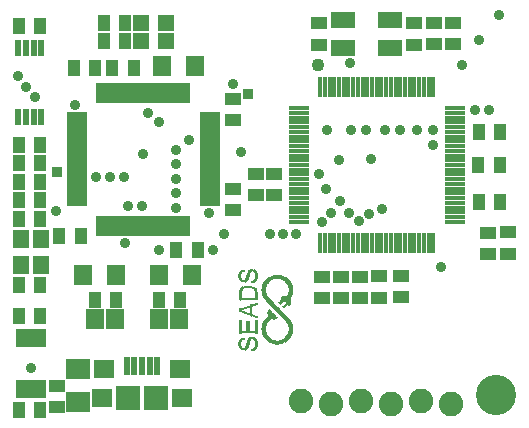
<source format=gts>
G75*
%MOIN*%
%OFA0B0*%
%FSLAX24Y24*%
%IPPOS*%
%LPD*%
%AMOC8*
5,1,8,0,0,1.08239X$1,22.5*
%
%ADD10C,0.1340*%
%ADD11R,0.0011X0.0069*%
%ADD12R,0.0011X0.0080*%
%ADD13R,0.0011X0.0218*%
%ADD14R,0.0011X0.0310*%
%ADD15R,0.0011X0.0380*%
%ADD16R,0.0012X0.0425*%
%ADD17R,0.0011X0.0471*%
%ADD18R,0.0011X0.0517*%
%ADD19R,0.0011X0.0092*%
%ADD20R,0.0011X0.0563*%
%ADD21R,0.0011X0.0161*%
%ADD22R,0.0011X0.0586*%
%ADD23R,0.0011X0.0782*%
%ADD24R,0.0012X0.0816*%
%ADD25R,0.0011X0.0655*%
%ADD26R,0.0011X0.0851*%
%ADD27R,0.0011X0.0678*%
%ADD28R,0.0011X0.0862*%
%ADD29R,0.0011X0.0288*%
%ADD30R,0.0011X0.0448*%
%ADD31R,0.0011X0.0241*%
%ADD32R,0.0011X0.0253*%
%ADD33R,0.0011X0.0391*%
%ADD34R,0.0012X0.0230*%
%ADD35R,0.0012X0.0345*%
%ADD36R,0.0011X0.0207*%
%ADD37R,0.0011X0.0207*%
%ADD38R,0.0011X0.0299*%
%ADD39R,0.0011X0.0195*%
%ADD40R,0.0011X0.0184*%
%ADD41R,0.0012X0.0173*%
%ADD42R,0.0012X0.0195*%
%ADD43R,0.0012X0.0322*%
%ADD44R,0.0012X0.0184*%
%ADD45R,0.0011X0.0173*%
%ADD46R,0.0011X0.0230*%
%ADD47R,0.0011X0.0184*%
%ADD48R,0.0011X0.0092*%
%ADD49R,0.0012X0.0161*%
%ADD50R,0.0012X0.0092*%
%ADD51R,0.0011X0.0149*%
%ADD52R,0.0011X0.0150*%
%ADD53R,0.0011X0.0069*%
%ADD54R,0.0011X0.0046*%
%ADD55R,0.0012X0.0149*%
%ADD56R,0.0012X0.0023*%
%ADD57R,0.0012X0.0138*%
%ADD58R,0.0011X0.0138*%
%ADD59R,0.0011X0.0103*%
%ADD60R,0.0011X0.0057*%
%ADD61R,0.0011X0.0035*%
%ADD62R,0.0012X0.0103*%
%ADD63R,0.0012X0.0011*%
%ADD64R,0.0012X0.0127*%
%ADD65R,0.0012X0.0057*%
%ADD66R,0.0011X0.0127*%
%ADD67R,0.0011X0.0011*%
%ADD68R,0.0011X0.0023*%
%ADD69R,0.0012X0.0092*%
%ADD70R,0.0011X0.0115*%
%ADD71R,0.0011X0.0126*%
%ADD72R,0.0012X0.0126*%
%ADD73R,0.0011X0.0265*%
%ADD74R,0.0012X0.0150*%
%ADD75R,0.0012X0.0276*%
%ADD76R,0.0011X0.0322*%
%ADD77R,0.0011X0.0345*%
%ADD78R,0.0011X0.0368*%
%ADD79R,0.0012X0.0368*%
%ADD80R,0.0011X0.0379*%
%ADD81R,0.0012X0.0207*%
%ADD82R,0.0012X0.0207*%
%ADD83R,0.0012X0.0678*%
%ADD84R,0.0011X0.0621*%
%ADD85R,0.0011X0.0552*%
%ADD86R,0.0011X0.0552*%
%ADD87R,0.0012X0.0517*%
%ADD88R,0.0011X0.0425*%
%ADD89R,0.0012X0.0218*%
%ADD90R,0.0011X0.0437*%
%ADD91R,0.0012X0.0437*%
%ADD92R,0.0012X0.0080*%
%ADD93R,0.0012X0.0333*%
%ADD94R,0.0011X0.0356*%
%ADD95R,0.0011X0.0403*%
%ADD96R,0.0012X0.0115*%
%ADD97R,0.0012X0.0069*%
%ADD98R,0.0012X0.0391*%
%ADD99R,0.0011X0.0264*%
%ADD100R,0.0012X0.0288*%
%ADD101R,0.0012X0.0403*%
%ADD102R,0.0011X0.0299*%
%ADD103R,0.0011X0.0276*%
%ADD104R,0.0012X0.0069*%
%ADD105R,0.0011X0.0414*%
%ADD106R,0.0011X0.0333*%
%ADD107R,0.0011X0.0322*%
%ADD108R,0.0170X0.0660*%
%ADD109R,0.0660X0.0170*%
%ADD110R,0.0552X0.0395*%
%ADD111R,0.0395X0.0552*%
%ADD112C,0.0820*%
%ADD113C,0.0434*%
%ADD114C,0.0356*%
%ADD115R,0.0651X0.0186*%
%ADD116R,0.0186X0.0651*%
%ADD117R,0.0789X0.0552*%
%ADD118R,0.0552X0.0631*%
%ADD119R,0.0218X0.0552*%
%ADD120R,0.0710X0.0631*%
%ADD121R,0.0651X0.0592*%
%ADD122R,0.0828X0.0828*%
%ADD123R,0.0237X0.0611*%
%ADD124R,0.0789X0.0710*%
%ADD125R,0.0260X0.0620*%
%ADD126R,0.0631X0.0710*%
%ADD127R,0.0592X0.0671*%
%ADD128R,0.0552X0.0552*%
%ADD129C,0.0360*%
%ADD130R,0.0360X0.0360*%
D10*
X017272Y002381D03*
D11*
X010518Y004588D03*
X009138Y003898D03*
X008873Y004266D03*
X008839Y005163D03*
X008827Y005255D03*
X008896Y005278D03*
X008931Y005290D03*
X008965Y005301D03*
X009138Y006164D03*
X009172Y006164D03*
D12*
X009184Y006169D03*
X009195Y006169D03*
X009161Y006158D03*
X009103Y005997D03*
X009080Y005997D03*
X009069Y005997D03*
X009057Y005997D03*
X009046Y005997D03*
X009023Y005997D03*
X009011Y005997D03*
X009000Y005997D03*
X008988Y005997D03*
X008965Y005997D03*
X008954Y005997D03*
X008908Y005985D03*
X008885Y005974D03*
X008885Y006181D03*
X008896Y006181D03*
X008873Y006181D03*
X008850Y006192D03*
X008839Y006192D03*
X009126Y005985D03*
X009138Y005985D03*
X009161Y005974D03*
X009172Y005974D03*
X009195Y005962D03*
X009195Y005594D03*
X009184Y005594D03*
X009172Y005594D03*
X009161Y005594D03*
X009138Y005594D03*
X009126Y005594D03*
X009115Y005594D03*
X009103Y005594D03*
X009080Y005594D03*
X009069Y005594D03*
X009057Y005594D03*
X009046Y005594D03*
X009023Y005594D03*
X009011Y005594D03*
X009000Y005594D03*
X008988Y005594D03*
X008965Y005594D03*
X008954Y005594D03*
X008942Y005594D03*
X008931Y005594D03*
X008908Y005594D03*
X008896Y005594D03*
X008885Y005594D03*
X008873Y005594D03*
X008850Y005594D03*
X008839Y005594D03*
X008827Y005594D03*
X008816Y005594D03*
X008908Y005284D03*
X008885Y005272D03*
X008873Y005272D03*
X008850Y005261D03*
X008839Y005261D03*
X008827Y005169D03*
X008850Y005157D03*
X008873Y005146D03*
X008885Y005146D03*
X008896Y005146D03*
X008908Y005134D03*
X008931Y005134D03*
X008942Y005123D03*
X008954Y005123D03*
X008965Y005123D03*
X008988Y005111D03*
X009000Y005100D03*
X009011Y005100D03*
X009023Y005100D03*
X009046Y005088D03*
X009057Y005088D03*
X009069Y005077D03*
X009080Y005077D03*
X009172Y005042D03*
X009184Y005042D03*
X009195Y005031D03*
X009218Y005031D03*
X009230Y005019D03*
X009241Y005019D03*
X009276Y005008D03*
X009299Y004996D03*
X009310Y004996D03*
X009333Y004985D03*
X009195Y005376D03*
X009184Y005376D03*
X009172Y005376D03*
X009161Y005364D03*
X009218Y005387D03*
X009241Y005399D03*
X009253Y005399D03*
X009276Y005410D03*
X009287Y005410D03*
X009310Y005422D03*
X009080Y005341D03*
X009069Y005341D03*
X009057Y005330D03*
X009046Y005330D03*
X009023Y005318D03*
X009011Y005318D03*
X009000Y005318D03*
X008988Y005307D03*
X008954Y005295D03*
X008942Y005295D03*
X008724Y005215D03*
X009218Y005594D03*
X009230Y005594D03*
X009241Y005594D03*
X009253Y005594D03*
X010081Y005456D03*
X010161Y005629D03*
X010518Y005882D03*
X009966Y004973D03*
X009253Y004490D03*
X009241Y004490D03*
X009230Y004490D03*
X009218Y004490D03*
X009195Y004490D03*
X009184Y004490D03*
X009172Y004490D03*
X009161Y004490D03*
X009138Y004490D03*
X009126Y004490D03*
X009115Y004490D03*
X009103Y004490D03*
X009080Y004490D03*
X009069Y004490D03*
X008965Y004490D03*
X008954Y004490D03*
X008942Y004490D03*
X008931Y004490D03*
X008908Y004490D03*
X008896Y004490D03*
X008885Y004490D03*
X008873Y004490D03*
X008850Y004490D03*
X008839Y004490D03*
X008827Y004490D03*
X008816Y004490D03*
X008885Y004272D03*
X008896Y004272D03*
X008850Y004260D03*
X009161Y004283D03*
X009172Y004283D03*
X009184Y004283D03*
X009195Y004283D03*
X009218Y004272D03*
X009218Y003915D03*
X009195Y003904D03*
X009184Y003904D03*
X009172Y003904D03*
X009161Y003904D03*
X008873Y003927D03*
X008850Y003927D03*
X008839Y003927D03*
X008827Y006514D03*
X008850Y006526D03*
X008873Y006526D03*
X008885Y006526D03*
X009126Y006537D03*
X009138Y006537D03*
X009195Y006537D03*
X009218Y006537D03*
D13*
X009333Y006353D03*
X009655Y006158D03*
X009655Y005606D03*
X010276Y005583D03*
X010506Y005882D03*
X010345Y006158D03*
X009851Y005019D03*
X009655Y004870D03*
X009655Y004318D03*
X008988Y004019D03*
X010345Y004318D03*
X010506Y004594D03*
X010345Y004870D03*
X008988Y006284D03*
D14*
X008758Y006353D03*
X009310Y006353D03*
X009506Y005882D03*
X010311Y005525D03*
X010345Y005560D03*
X010495Y005882D03*
X010495Y004594D03*
D15*
X010483Y004594D03*
X010483Y005882D03*
X009299Y005744D03*
X008770Y005744D03*
D16*
X010472Y005882D03*
X010472Y004594D03*
D17*
X010460Y004594D03*
X009540Y004594D03*
X009540Y005882D03*
X010460Y005882D03*
D18*
X010449Y005882D03*
X010449Y004594D03*
D19*
X010219Y005324D03*
X010230Y005336D03*
X010265Y005370D03*
X010276Y005382D03*
X010288Y005393D03*
X010449Y005497D03*
X009333Y005428D03*
X009230Y005393D03*
X009161Y005048D03*
X008735Y005209D03*
X008850Y005957D03*
X008873Y005968D03*
X008908Y006187D03*
X008827Y006198D03*
X008839Y006520D03*
X009115Y006532D03*
X009161Y006543D03*
X009172Y006543D03*
X009184Y006543D03*
X009230Y006532D03*
X009241Y006520D03*
X009230Y006187D03*
X009218Y006175D03*
X009184Y005968D03*
X009218Y005945D03*
X009138Y004278D03*
X009126Y004278D03*
X008816Y004243D03*
X008816Y003944D03*
X008827Y003933D03*
X008931Y003933D03*
D20*
X010437Y004594D03*
X010437Y005882D03*
D21*
X010207Y005600D03*
X010437Y005497D03*
X009908Y004991D03*
X009736Y004232D03*
X009747Y004220D03*
X009759Y004209D03*
X009770Y004209D03*
X010219Y004197D03*
X010230Y004209D03*
X010253Y004220D03*
X010265Y004232D03*
X009276Y004209D03*
X009276Y003979D03*
X008816Y005209D03*
X009276Y006244D03*
X009736Y006244D03*
X009747Y006256D03*
X009759Y006256D03*
X009770Y006267D03*
X009793Y006279D03*
X010230Y006267D03*
X010253Y006256D03*
X010265Y006244D03*
D22*
X009575Y005882D03*
X009575Y004594D03*
X010414Y004594D03*
X010426Y004594D03*
D23*
X010426Y005784D03*
D24*
X010414Y005778D03*
D25*
X009598Y005882D03*
X009598Y004594D03*
X010403Y004594D03*
D26*
X010403Y005784D03*
D27*
X010391Y004594D03*
D28*
X010391Y005790D03*
D29*
X010380Y006089D03*
X009621Y005675D03*
X010380Y004801D03*
X010380Y004387D03*
X009621Y004387D03*
X009023Y004099D03*
X009011Y004076D03*
D30*
X010380Y005594D03*
D31*
X009816Y005042D03*
X010368Y004352D03*
X008735Y006353D03*
D32*
X009000Y006313D03*
X009632Y006118D03*
X009632Y005646D03*
X009805Y005048D03*
X009632Y004830D03*
X009632Y004358D03*
X009000Y004048D03*
X008735Y004094D03*
X010368Y004830D03*
X010368Y006118D03*
D33*
X010368Y005577D03*
X009287Y005750D03*
X008781Y005750D03*
X009138Y005209D03*
D34*
X009839Y005025D03*
X010357Y004853D03*
X010357Y004335D03*
X010357Y006141D03*
D35*
X010357Y005566D03*
X009092Y005209D03*
X008747Y005727D03*
D36*
X010334Y006175D03*
X010334Y004301D03*
D37*
X010334Y004887D03*
X009862Y005014D03*
X009678Y004899D03*
X010265Y005589D03*
D38*
X010322Y005531D03*
X010334Y005543D03*
X009770Y005060D03*
X009621Y004795D03*
X009506Y004588D03*
X009333Y005704D03*
X009621Y006083D03*
D39*
X009678Y006192D03*
X010253Y005594D03*
X009943Y005295D03*
X009931Y005307D03*
X009920Y005318D03*
X009908Y005330D03*
X009885Y005353D03*
X009874Y005364D03*
X009862Y005376D03*
X009851Y005387D03*
X009828Y005410D03*
X009816Y005422D03*
X009805Y005433D03*
X009690Y005560D03*
X009678Y005571D03*
X009966Y005272D03*
X009977Y005261D03*
X009989Y005249D03*
X010000Y005238D03*
X010023Y005215D03*
X010035Y005203D03*
X010046Y005192D03*
X010058Y005180D03*
X010081Y005157D03*
X009874Y005008D03*
X009690Y004916D03*
X010311Y004916D03*
X010322Y004904D03*
X010322Y004283D03*
X010311Y004272D03*
X009690Y004272D03*
X009678Y004283D03*
X008724Y004088D03*
X010322Y006192D03*
X008724Y006353D03*
D40*
X009690Y006198D03*
X009701Y006210D03*
X010311Y006198D03*
X010173Y005577D03*
X009793Y005451D03*
X009770Y005474D03*
X009759Y005485D03*
X009736Y005508D03*
X009713Y005531D03*
X009701Y005543D03*
X010092Y005140D03*
X010104Y005129D03*
X010115Y005117D03*
X010150Y005083D03*
X010161Y005071D03*
X010173Y005060D03*
X010207Y005025D03*
X010219Y005014D03*
X010230Y005002D03*
X010265Y004968D03*
X010276Y004956D03*
X010288Y004945D03*
X009885Y005002D03*
X009069Y004209D03*
D41*
X009724Y004237D03*
X010299Y004260D03*
X009897Y004996D03*
X010184Y005583D03*
D42*
X009954Y005284D03*
X009897Y005341D03*
X009839Y005399D03*
X010012Y005226D03*
X010069Y005169D03*
X010299Y004927D03*
D43*
X010299Y005520D03*
D44*
X010242Y005600D03*
X009782Y005462D03*
X009724Y005520D03*
X010127Y005106D03*
X010184Y005048D03*
X010242Y004991D03*
X008977Y003990D03*
X010299Y006210D03*
X008977Y006256D03*
D45*
X009069Y006468D03*
X009276Y006468D03*
X009713Y006227D03*
X010276Y006238D03*
X010288Y006227D03*
X010230Y005606D03*
X010196Y005594D03*
X010288Y004249D03*
X010276Y004237D03*
X009713Y004249D03*
X009701Y004260D03*
D46*
X009644Y004335D03*
X009333Y004094D03*
X009057Y004174D03*
X009644Y004853D03*
X009828Y005037D03*
X010288Y005577D03*
X009644Y005623D03*
X009644Y006141D03*
X009057Y006440D03*
D47*
X009747Y005497D03*
X010138Y005094D03*
X010196Y005037D03*
X010253Y004979D03*
D48*
X010253Y005359D03*
X009299Y005416D03*
X009253Y005014D03*
X009287Y005002D03*
X009230Y004266D03*
X009115Y004266D03*
X008839Y004255D03*
X008827Y004255D03*
X008885Y003921D03*
X008896Y003921D03*
X008908Y003921D03*
X009230Y003921D03*
X009115Y005991D03*
X008942Y005991D03*
X008931Y005991D03*
X008896Y005980D03*
X008816Y006210D03*
X008816Y006509D03*
D49*
X009264Y005888D03*
X009724Y006233D03*
X010242Y006256D03*
X010242Y004209D03*
D50*
X009207Y003910D03*
X009264Y005405D03*
X010242Y005347D03*
D51*
X010219Y005606D03*
X010173Y006296D03*
X009828Y006296D03*
X009345Y006353D03*
X009816Y004180D03*
X009851Y004168D03*
D52*
X009805Y004191D03*
X009793Y004191D03*
X010196Y004191D03*
X010207Y004191D03*
X009345Y004088D03*
X008965Y003973D03*
X008965Y006227D03*
X009805Y006284D03*
X010196Y006284D03*
X010207Y006284D03*
X010219Y006273D03*
D53*
X010207Y005324D03*
X008896Y006532D03*
D54*
X010196Y005324D03*
X009989Y004968D03*
D55*
X010184Y004180D03*
X008804Y005215D03*
D56*
X010184Y005324D03*
D57*
X010184Y006290D03*
X010127Y006313D03*
X010069Y006325D03*
X009839Y006302D03*
X009839Y004174D03*
X009897Y004151D03*
X009954Y004140D03*
X010012Y004140D03*
X010127Y004163D03*
D58*
X010138Y004163D03*
X010150Y004163D03*
X010161Y004174D03*
X010173Y004174D03*
X010115Y004151D03*
X010104Y004151D03*
X010092Y004151D03*
X010081Y004151D03*
X010046Y004140D03*
X010035Y004140D03*
X010023Y004140D03*
X010000Y004140D03*
X009989Y004140D03*
X009977Y004140D03*
X009966Y004140D03*
X009920Y004151D03*
X009908Y004151D03*
X009885Y004151D03*
X009874Y004163D03*
X009862Y004163D03*
X009828Y004174D03*
X009080Y004232D03*
X009920Y004991D03*
X009690Y005106D03*
X008793Y005209D03*
X008781Y005209D03*
X009816Y006290D03*
X009851Y006302D03*
X009862Y006313D03*
X009874Y006313D03*
X009885Y006313D03*
X009908Y006325D03*
X009920Y006325D03*
X009931Y006325D03*
X009943Y006325D03*
X010058Y006325D03*
X010081Y006325D03*
X010092Y006325D03*
X010104Y006325D03*
X010115Y006313D03*
X010138Y006313D03*
X010150Y006302D03*
X010161Y006302D03*
X009080Y006497D03*
D59*
X009103Y006526D03*
X009253Y006514D03*
X009253Y006204D03*
X009241Y006192D03*
X009230Y005939D03*
X009241Y005928D03*
X008942Y006204D03*
X008931Y006192D03*
X008793Y006227D03*
X008839Y005951D03*
X008827Y005939D03*
X010092Y005456D03*
X010104Y005468D03*
X010115Y005479D03*
X010138Y005502D03*
X010150Y005514D03*
X010161Y005525D03*
X009241Y004260D03*
X009253Y004249D03*
X009103Y004260D03*
X009253Y003938D03*
X009241Y003927D03*
X008942Y003938D03*
D60*
X009977Y004973D03*
X009678Y005111D03*
X010150Y005629D03*
D61*
X010138Y005629D03*
X010058Y005456D03*
X009483Y005882D03*
X009483Y004594D03*
D62*
X008804Y004237D03*
X008804Y003950D03*
X010127Y005491D03*
X008804Y006215D03*
D63*
X010127Y005629D03*
D64*
X010012Y006330D03*
X009954Y006330D03*
X009264Y006215D03*
X010069Y004145D03*
D65*
X010069Y005456D03*
D66*
X010046Y006330D03*
X010035Y006330D03*
X010023Y006330D03*
X010000Y006330D03*
X009989Y006330D03*
X009977Y006330D03*
X009966Y006330D03*
X009943Y004145D03*
X009931Y004145D03*
X010058Y004145D03*
X008712Y004088D03*
D67*
X010046Y005456D03*
D68*
X010000Y004968D03*
D69*
X009954Y004979D03*
X009322Y004991D03*
X009207Y005957D03*
X008862Y005968D03*
X008919Y006187D03*
X009149Y006543D03*
D70*
X008954Y006210D03*
X008816Y005922D03*
X008758Y005209D03*
X008793Y004220D03*
X008793Y003967D03*
X009943Y004979D03*
D71*
X009931Y004985D03*
X009253Y005916D03*
X008712Y006353D03*
X008793Y006480D03*
X008770Y005215D03*
X008954Y003950D03*
D72*
X009264Y004237D03*
X008804Y005905D03*
X009897Y006319D03*
D73*
X008724Y005686D03*
X009793Y005054D03*
X009046Y004145D03*
D74*
X009782Y004203D03*
X009782Y006273D03*
D75*
X009322Y006359D03*
X009034Y006382D03*
X009782Y005060D03*
X009322Y004094D03*
D76*
X009310Y004094D03*
X008758Y004094D03*
X009759Y005060D03*
D77*
X009747Y005060D03*
X009299Y004094D03*
X008770Y004094D03*
X009299Y006359D03*
D78*
X009287Y006359D03*
X009517Y005876D03*
X008758Y005738D03*
X009103Y005209D03*
X009115Y005209D03*
X009701Y005014D03*
X009736Y005060D03*
X009517Y004588D03*
X009287Y004094D03*
D79*
X009724Y005048D03*
D80*
X009713Y005031D03*
X009126Y005203D03*
D81*
X009667Y004301D03*
X009667Y006175D03*
D82*
X009667Y005589D03*
X009667Y004887D03*
D83*
X009609Y004594D03*
X009609Y005882D03*
D84*
X009586Y005876D03*
X009586Y004588D03*
D85*
X009563Y004588D03*
D86*
X009563Y005876D03*
D87*
X009552Y005882D03*
X009552Y004594D03*
D88*
X009529Y004594D03*
X008724Y004663D03*
X009529Y005882D03*
D89*
X009494Y005882D03*
X009494Y004594D03*
D90*
X009333Y004669D03*
X009310Y004669D03*
X009299Y004669D03*
X009287Y004669D03*
X009276Y004669D03*
X008793Y004669D03*
X008781Y004669D03*
X008770Y004669D03*
X008758Y004669D03*
X008735Y004669D03*
D91*
X008747Y004669D03*
X009322Y004669D03*
D92*
X009264Y004490D03*
X009207Y004490D03*
X009149Y004490D03*
X009092Y004490D03*
X008977Y004490D03*
X008919Y004490D03*
X008862Y004490D03*
X008804Y004490D03*
X008862Y004260D03*
X009149Y004283D03*
X009207Y004272D03*
X008919Y003927D03*
X008862Y003927D03*
X009264Y005008D03*
X009207Y005031D03*
X009034Y005088D03*
X008977Y005111D03*
X008919Y005134D03*
X008862Y005157D03*
X008919Y005284D03*
X008977Y005307D03*
X009034Y005330D03*
X009207Y005387D03*
X009322Y005422D03*
X009264Y005594D03*
X009207Y005594D03*
X009149Y005594D03*
X009092Y005594D03*
X009034Y005594D03*
X008977Y005594D03*
X008919Y005594D03*
X008862Y005594D03*
X008804Y005594D03*
X008919Y005985D03*
X008977Y005997D03*
X009034Y005997D03*
X009092Y005997D03*
X009149Y005985D03*
X009149Y006158D03*
X009207Y006169D03*
X008862Y006181D03*
X008862Y006526D03*
X009207Y006537D03*
D93*
X009322Y005721D03*
D94*
X009310Y005732D03*
X008781Y006353D03*
X008781Y004099D03*
D95*
X008988Y004651D03*
X009000Y004651D03*
X009011Y004651D03*
X009023Y004651D03*
X009046Y004651D03*
X009057Y004651D03*
X009276Y005755D03*
D96*
X009264Y006497D03*
X009092Y006509D03*
X008804Y006497D03*
X008747Y005209D03*
X009092Y004255D03*
X009264Y003956D03*
D97*
X009149Y003898D03*
D98*
X009149Y005209D03*
D99*
X009046Y006411D03*
D100*
X008747Y006353D03*
X009034Y004122D03*
X008747Y004088D03*
D101*
X009034Y004651D03*
D102*
X009023Y006359D03*
D103*
X009011Y006336D03*
D104*
X008862Y005267D03*
D105*
X008793Y005761D03*
D106*
X008770Y006353D03*
D107*
X008735Y005715D03*
D108*
X011404Y007456D03*
X011564Y007456D03*
X011724Y007456D03*
X011874Y007456D03*
X012034Y007456D03*
X012194Y007456D03*
X012354Y007456D03*
X012504Y007456D03*
X012664Y007456D03*
X012824Y007456D03*
X012984Y007456D03*
X013134Y007456D03*
X013294Y007456D03*
X013454Y007456D03*
X013604Y007456D03*
X013764Y007456D03*
X013924Y007456D03*
X014084Y007456D03*
X014234Y007456D03*
X014394Y007456D03*
X014554Y007456D03*
X014714Y007456D03*
X014864Y007456D03*
X015024Y007456D03*
X015184Y007456D03*
X015184Y012656D03*
X015024Y012656D03*
X014864Y012656D03*
X014714Y012656D03*
X014554Y012656D03*
X014394Y012656D03*
X014234Y012656D03*
X014084Y012656D03*
X013924Y012656D03*
X013764Y012656D03*
X013604Y012656D03*
X013454Y012656D03*
X013294Y012656D03*
X013134Y012656D03*
X012984Y012656D03*
X012824Y012656D03*
X012664Y012656D03*
X012504Y012656D03*
X012354Y012656D03*
X012194Y012656D03*
X012034Y012656D03*
X011874Y012656D03*
X011724Y012656D03*
X011564Y012656D03*
X011404Y012656D03*
D109*
X010694Y011946D03*
X010694Y011786D03*
X010694Y011626D03*
X010694Y011476D03*
X010694Y011316D03*
X010694Y011156D03*
X010694Y010996D03*
X010694Y010846D03*
X010694Y010686D03*
X010694Y010526D03*
X010694Y010366D03*
X010694Y010216D03*
X010694Y010056D03*
X010694Y009896D03*
X010694Y009746D03*
X010694Y009586D03*
X010694Y009426D03*
X010694Y009266D03*
X010694Y009116D03*
X010694Y008956D03*
X010694Y008796D03*
X010694Y008636D03*
X010694Y008486D03*
X010694Y008326D03*
X010694Y008166D03*
X015894Y008166D03*
X015894Y008326D03*
X015894Y008486D03*
X015894Y008636D03*
X015894Y008796D03*
X015894Y008956D03*
X015894Y009116D03*
X015894Y009266D03*
X015894Y009426D03*
X015894Y009586D03*
X015894Y009746D03*
X015894Y009896D03*
X015894Y010056D03*
X015894Y010216D03*
X015894Y010366D03*
X015894Y010526D03*
X015894Y010686D03*
X015894Y010846D03*
X015894Y010996D03*
X015894Y011156D03*
X015894Y011316D03*
X015894Y011476D03*
X015894Y011626D03*
X015894Y011786D03*
X015894Y011946D03*
D110*
X015831Y014076D03*
X015200Y014076D03*
X014528Y014073D03*
X014528Y014782D03*
X015200Y014784D03*
X015831Y014785D03*
X011379Y014782D03*
X011379Y014073D03*
X008504Y012262D03*
X008504Y011554D03*
X009264Y009751D03*
X009871Y009752D03*
X009871Y009043D03*
X009264Y009042D03*
X008504Y009270D03*
X008504Y008562D03*
X011484Y006326D03*
X012105Y006331D03*
X012739Y006333D03*
X013376Y006342D03*
X013376Y005634D03*
X012739Y005625D03*
X012105Y005623D03*
X011484Y005618D03*
X014091Y005650D03*
X014091Y006358D03*
X017016Y007093D03*
X017670Y007107D03*
X017670Y007816D03*
X017016Y007802D03*
X002638Y002696D03*
X002638Y001987D03*
D111*
X001379Y001908D03*
X002087Y001908D03*
X002087Y005018D03*
X001379Y005018D03*
X001379Y006042D03*
X002087Y006042D03*
X003898Y005570D03*
X004607Y005570D03*
X006024Y005570D03*
X006733Y005570D03*
X006615Y007223D03*
X007323Y007223D03*
X003426Y007696D03*
X002717Y007696D03*
X002087Y008247D03*
X001379Y008247D03*
X001379Y008877D03*
X002087Y008877D03*
X002087Y009507D03*
X001379Y009507D03*
X001379Y010136D03*
X002087Y010136D03*
X002087Y010727D03*
X001379Y010727D03*
X003190Y013286D03*
X003898Y013286D03*
X004489Y013286D03*
X005197Y013286D03*
X004922Y014192D03*
X004922Y014782D03*
X004213Y014782D03*
X004213Y014192D03*
X002087Y014703D03*
X001379Y014703D03*
X016704Y011142D03*
X017413Y011142D03*
X017398Y010065D03*
X016689Y010065D03*
X016694Y008812D03*
X017403Y008812D03*
D112*
X015788Y002092D03*
X014788Y002192D03*
X013788Y002092D03*
X012788Y002192D03*
X011788Y002092D03*
X010788Y002192D03*
D113*
X011328Y013404D03*
D114*
X016129Y013404D03*
D115*
X007727Y011731D03*
X007727Y011534D03*
X007727Y011337D03*
X007727Y011140D03*
X007727Y010944D03*
X007727Y010747D03*
X007727Y010550D03*
X007727Y010353D03*
X007727Y010156D03*
X007727Y009959D03*
X007727Y009762D03*
X007727Y009566D03*
X007727Y009369D03*
X007727Y009172D03*
X007727Y008975D03*
X007727Y008778D03*
X003298Y008778D03*
X003298Y008975D03*
X003298Y009172D03*
X003298Y009369D03*
X003298Y009566D03*
X003298Y009762D03*
X003298Y009959D03*
X003298Y010156D03*
X003298Y010353D03*
X003298Y010550D03*
X003298Y010747D03*
X003298Y010944D03*
X003298Y011140D03*
X003298Y011337D03*
X003298Y011534D03*
X003298Y011731D03*
D116*
X004036Y012469D03*
X004233Y012469D03*
X004430Y012469D03*
X004627Y012469D03*
X004823Y012469D03*
X005020Y012469D03*
X005217Y012469D03*
X005414Y012469D03*
X005611Y012469D03*
X005808Y012469D03*
X006004Y012469D03*
X006201Y012469D03*
X006398Y012469D03*
X006595Y012469D03*
X006792Y012469D03*
X006989Y012469D03*
X006989Y008040D03*
X006792Y008040D03*
X006595Y008040D03*
X006398Y008040D03*
X006201Y008040D03*
X006004Y008040D03*
X005808Y008040D03*
X005611Y008040D03*
X005414Y008040D03*
X005217Y008040D03*
X005020Y008040D03*
X004823Y008040D03*
X004627Y008040D03*
X004430Y008040D03*
X004233Y008040D03*
X004036Y008040D03*
D117*
X012166Y013955D03*
X012166Y014900D03*
X013741Y014900D03*
X013741Y013955D03*
D118*
X002107Y007577D03*
X001438Y007577D03*
X001438Y006711D03*
X002107Y006711D03*
D119*
X002117Y011662D03*
X001861Y011662D03*
X001605Y011662D03*
X001349Y011662D03*
X001349Y013965D03*
X001605Y013965D03*
X001861Y013965D03*
X002117Y013965D03*
D120*
X004213Y003266D03*
X006733Y003266D03*
D121*
X006821Y002302D03*
X004125Y002302D03*
D122*
X005001Y002302D03*
X005945Y002302D03*
D123*
X005985Y003355D03*
X005729Y003355D03*
X005473Y003355D03*
X005217Y003355D03*
X004961Y003355D03*
D124*
X003347Y003247D03*
X003347Y002144D03*
D125*
X002152Y002584D03*
X001902Y002584D03*
X001642Y002584D03*
X001392Y002584D03*
X001392Y004304D03*
X001642Y004304D03*
X001902Y004304D03*
X002152Y004304D03*
D126*
X003504Y006396D03*
X004607Y006396D03*
X006024Y006396D03*
X007127Y006396D03*
X007245Y013365D03*
X006142Y013365D03*
D127*
X006044Y004940D03*
X006713Y004940D03*
X004587Y004940D03*
X003918Y004940D03*
D128*
X005453Y014192D03*
X005453Y014782D03*
X006280Y014782D03*
X006280Y014192D03*
D129*
X008504Y012774D03*
X007048Y010885D03*
X006615Y010570D03*
X006615Y010097D03*
X006615Y009585D03*
X006615Y009113D03*
X006615Y008640D03*
X007717Y008444D03*
X008190Y007774D03*
X007835Y007223D03*
X006024Y007223D03*
X004922Y007459D03*
X005001Y008680D03*
X005473Y008680D03*
X004882Y009664D03*
X004410Y009664D03*
X003938Y009664D03*
X002599Y008522D03*
X003426Y007696D03*
X002087Y007617D03*
X001418Y006711D03*
X001772Y003286D03*
X003347Y003286D03*
X009725Y007774D03*
X010158Y007774D03*
X010591Y007774D03*
X011473Y008164D03*
X011760Y008455D03*
X012075Y008865D03*
X012371Y008448D03*
X012717Y008203D03*
X013048Y008428D03*
X013465Y008601D03*
X011615Y009270D03*
X011379Y009743D03*
X012028Y010215D03*
X013095Y010251D03*
X012934Y011239D03*
X012441Y011239D03*
X011646Y011239D03*
X013556Y011239D03*
X014087Y011239D03*
X014623Y011239D03*
X015182Y011239D03*
X015182Y010727D03*
X016587Y011892D03*
X017024Y011892D03*
X016693Y014231D03*
X017363Y015058D03*
X012402Y013444D03*
X008780Y010491D03*
X006024Y011475D03*
X005670Y011790D03*
X005512Y010412D03*
X003229Y012066D03*
X001890Y012341D03*
X001615Y012656D03*
X001339Y013010D03*
X002087Y014703D03*
X015434Y006672D03*
D130*
X014095Y006357D03*
X012107Y006341D03*
X008504Y009270D03*
X009882Y009743D03*
X009016Y012420D03*
X006300Y014192D03*
X006300Y014782D03*
X005197Y013365D03*
X003190Y013365D03*
X001379Y014703D03*
X002638Y009822D03*
X001379Y009507D03*
X002087Y005018D03*
X003898Y004940D03*
X006733Y004940D03*
X007323Y007302D03*
X016693Y008798D03*
X016690Y010073D03*
X016705Y011136D03*
M02*

</source>
